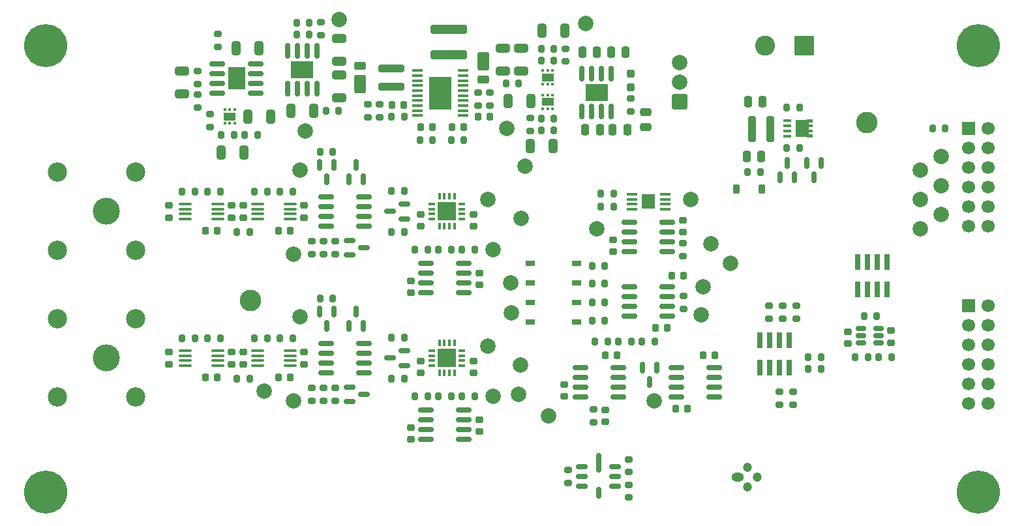
<source format=gbr>
G04 #@! TF.GenerationSoftware,KiCad,Pcbnew,9.0.3*
G04 #@! TF.CreationDate,2025-08-15T00:00:32+02:00*
G04 #@! TF.ProjectId,MADC_ARTY,4d414443-5f41-4525-9459-2e6b69636164,rev?*
G04 #@! TF.SameCoordinates,Original*
G04 #@! TF.FileFunction,Soldermask,Top*
G04 #@! TF.FilePolarity,Negative*
%FSLAX46Y46*%
G04 Gerber Fmt 4.6, Leading zero omitted, Abs format (unit mm)*
G04 Created by KiCad (PCBNEW 9.0.3) date 2025-08-15 00:00:32*
%MOMM*%
%LPD*%
G01*
G04 APERTURE LIST*
G04 Aperture macros list*
%AMRoundRect*
0 Rectangle with rounded corners*
0 $1 Rounding radius*
0 $2 $3 $4 $5 $6 $7 $8 $9 X,Y pos of 4 corners*
0 Add a 4 corners polygon primitive as box body*
4,1,4,$2,$3,$4,$5,$6,$7,$8,$9,$2,$3,0*
0 Add four circle primitives for the rounded corners*
1,1,$1+$1,$2,$3*
1,1,$1+$1,$4,$5*
1,1,$1+$1,$6,$7*
1,1,$1+$1,$8,$9*
0 Add four rect primitives between the rounded corners*
20,1,$1+$1,$2,$3,$4,$5,0*
20,1,$1+$1,$4,$5,$6,$7,0*
20,1,$1+$1,$6,$7,$8,$9,0*
20,1,$1+$1,$8,$9,$2,$3,0*%
%AMFreePoly0*
4,1,21,1.372500,0.787500,0.862500,0.787500,0.862500,0.532500,1.372500,0.532500,1.372500,0.127500,0.862500,0.127500,0.862500,-0.127500,1.372500,-0.127500,1.372500,-0.532500,0.862500,-0.532500,0.862500,-0.787500,1.372500,-0.787500,1.372500,-1.195000,0.612500,-1.195000,0.612500,-1.117500,-0.862500,-1.117500,-0.862500,1.117500,0.612500,1.117500,0.612500,1.195000,1.372500,1.195000,
1.372500,0.787500,1.372500,0.787500,$1*%
G04 Aperture macros list end*
%ADD10RoundRect,0.200000X0.200000X0.275000X-0.200000X0.275000X-0.200000X-0.275000X0.200000X-0.275000X0*%
%ADD11RoundRect,0.225000X0.225000X0.250000X-0.225000X0.250000X-0.225000X-0.250000X0.225000X-0.250000X0*%
%ADD12C,2.000000*%
%ADD13RoundRect,0.250000X0.650000X-0.325000X0.650000X0.325000X-0.650000X0.325000X-0.650000X-0.325000X0*%
%ADD14RoundRect,0.225000X-0.225000X-0.250000X0.225000X-0.250000X0.225000X0.250000X-0.225000X0.250000X0*%
%ADD15RoundRect,0.093750X0.106250X-0.093750X0.106250X0.093750X-0.106250X0.093750X-0.106250X-0.093750X0*%
%ADD16R,1.600000X1.000000*%
%ADD17RoundRect,0.200000X-0.275000X0.200000X-0.275000X-0.200000X0.275000X-0.200000X0.275000X0.200000X0*%
%ADD18RoundRect,0.100000X-0.612500X-0.100000X0.612500X-0.100000X0.612500X0.100000X-0.612500X0.100000X0*%
%ADD19R,1.730000X1.850000*%
%ADD20RoundRect,0.225000X-0.250000X0.225000X-0.250000X-0.225000X0.250000X-0.225000X0.250000X0.225000X0*%
%ADD21RoundRect,0.150000X-0.825000X-0.150000X0.825000X-0.150000X0.825000X0.150000X-0.825000X0.150000X0*%
%ADD22R,2.290000X3.000000*%
%ADD23RoundRect,0.075000X-0.362500X-0.075000X0.362500X-0.075000X0.362500X0.075000X-0.362500X0.075000X0*%
%ADD24RoundRect,0.075000X-0.075000X-0.362500X0.075000X-0.362500X0.075000X0.362500X-0.075000X0.362500X0*%
%ADD25R,2.350000X2.350000*%
%ADD26RoundRect,0.200000X-0.200000X-0.275000X0.200000X-0.275000X0.200000X0.275000X-0.200000X0.275000X0*%
%ADD27R,1.200000X0.800000*%
%ADD28RoundRect,0.150000X-0.587500X-0.150000X0.587500X-0.150000X0.587500X0.150000X-0.587500X0.150000X0*%
%ADD29RoundRect,0.200000X0.275000X-0.200000X0.275000X0.200000X-0.275000X0.200000X-0.275000X-0.200000X0*%
%ADD30RoundRect,0.150000X0.150000X-0.587500X0.150000X0.587500X-0.150000X0.587500X-0.150000X-0.587500X0*%
%ADD31RoundRect,0.225000X0.250000X-0.225000X0.250000X0.225000X-0.250000X0.225000X-0.250000X-0.225000X0*%
%ADD32RoundRect,0.250000X-0.650000X0.325000X-0.650000X-0.325000X0.650000X-0.325000X0.650000X0.325000X0*%
%ADD33RoundRect,0.225000X0.225000X0.375000X-0.225000X0.375000X-0.225000X-0.375000X0.225000X-0.375000X0*%
%ADD34C,2.500000*%
%ADD35C,3.500000*%
%ADD36RoundRect,0.250000X0.750000X0.750000X-0.750000X0.750000X-0.750000X-0.750000X0.750000X-0.750000X0*%
%ADD37RoundRect,0.250000X-0.325000X-0.650000X0.325000X-0.650000X0.325000X0.650000X-0.325000X0.650000X0*%
%ADD38C,5.600000*%
%ADD39RoundRect,0.245000X0.245000X1.455000X-0.245000X1.455000X-0.245000X-1.455000X0.245000X-1.455000X0*%
%ADD40RoundRect,0.100000X-0.712500X-0.100000X0.712500X-0.100000X0.712500X0.100000X-0.712500X0.100000X0*%
%ADD41RoundRect,0.150000X-0.150000X0.587500X-0.150000X-0.587500X0.150000X-0.587500X0.150000X0.587500X0*%
%ADD42C,2.800000*%
%ADD43R,0.990000X0.405000*%
%ADD44FreePoly0,0.000000*%
%ADD45RoundRect,0.250000X0.325000X0.650000X-0.325000X0.650000X-0.325000X-0.650000X0.325000X-0.650000X0*%
%ADD46RoundRect,0.093750X-0.106250X0.093750X-0.106250X-0.093750X0.106250X-0.093750X0.106250X0.093750X0*%
%ADD47RoundRect,0.250000X-0.250000X-0.475000X0.250000X-0.475000X0.250000X0.475000X-0.250000X0.475000X0*%
%ADD48O,1.600000X1.200000*%
%ADD49C,1.200000*%
%ADD50RoundRect,0.150000X0.512500X0.150000X-0.512500X0.150000X-0.512500X-0.150000X0.512500X-0.150000X0*%
%ADD51RoundRect,0.250000X-0.500000X0.950000X-0.500000X-0.950000X0.500000X-0.950000X0.500000X0.950000X0*%
%ADD52RoundRect,0.250000X-0.500000X0.275000X-0.500000X-0.275000X0.500000X-0.275000X0.500000X0.275000X0*%
%ADD53RoundRect,0.245000X1.455000X-0.245000X1.455000X0.245000X-1.455000X0.245000X-1.455000X-0.245000X0*%
%ADD54RoundRect,0.250000X0.500000X-0.950000X0.500000X0.950000X-0.500000X0.950000X-0.500000X-0.950000X0*%
%ADD55RoundRect,0.250000X0.500000X-0.275000X0.500000X0.275000X-0.500000X0.275000X-0.500000X-0.275000X0*%
%ADD56RoundRect,0.150000X-0.150000X0.825000X-0.150000X-0.825000X0.150000X-0.825000X0.150000X0.825000X0*%
%ADD57R,3.000000X2.290000*%
%ADD58RoundRect,0.250000X0.250000X0.475000X-0.250000X0.475000X-0.250000X-0.475000X0.250000X-0.475000X0*%
%ADD59RoundRect,0.150000X0.587500X0.150000X-0.587500X0.150000X-0.587500X-0.150000X0.587500X-0.150000X0*%
%ADD60RoundRect,0.175000X0.575000X-0.175000X0.575000X0.175000X-0.575000X0.175000X-0.575000X-0.175000X0*%
%ADD61RoundRect,0.175000X0.175000X-0.575000X0.175000X0.575000X-0.175000X0.575000X-0.175000X-0.575000X0*%
%ADD62RoundRect,0.175000X-0.575000X-0.175000X0.575000X-0.175000X0.575000X0.175000X-0.575000X0.175000X0*%
%ADD63RoundRect,0.175000X0.175000X-1.075000X0.175000X1.075000X-0.175000X1.075000X-0.175000X-1.075000X0*%
%ADD64R,1.700000X1.700000*%
%ADD65C,1.700000*%
%ADD66RoundRect,0.250000X2.100000X-0.340000X2.100000X0.340000X-2.100000X0.340000X-2.100000X-0.340000X0*%
%ADD67R,1.450000X0.450000*%
%ADD68R,3.000000X4.200000*%
%ADD69R,0.750000X2.100000*%
%ADD70RoundRect,0.237500X-0.237500X0.287500X-0.237500X-0.287500X0.237500X-0.287500X0.237500X0.287500X0*%
%ADD71RoundRect,0.250000X-0.475000X0.250000X-0.475000X-0.250000X0.475000X-0.250000X0.475000X0.250000X0*%
%ADD72RoundRect,0.250000X1.050000X1.050000X-1.050000X1.050000X-1.050000X-1.050000X1.050000X-1.050000X0*%
%ADD73C,2.600000*%
G04 APERTURE END LIST*
D10*
G04 #@! TO.C,R74*
X166941000Y-84455000D03*
X165291000Y-84455000D03*
G04 #@! TD*
D11*
G04 #@! TO.C,C52*
X125743000Y-89154000D03*
X124193000Y-89154000D03*
G04 #@! TD*
D12*
G04 #@! TO.C,TP10*
X132080000Y-42680500D03*
G04 #@! TD*
D13*
G04 #@! TO.C,C21*
X153289000Y-49354000D03*
X153289000Y-46404000D03*
G04 #@! TD*
D14*
G04 #@! TO.C,C7*
X146672000Y-56642000D03*
X148222000Y-56642000D03*
G04 #@! TD*
D15*
G04 #@! TO.C,U7*
X117206000Y-56132500D03*
X117856000Y-56132500D03*
X118506000Y-56132500D03*
X118506000Y-54357500D03*
X117856000Y-54357500D03*
X117206000Y-54357500D03*
D16*
X117856000Y-55245000D03*
G04 #@! TD*
D12*
G04 #@! TO.C,TP27*
X207518000Y-69850000D03*
G04 #@! TD*
D10*
G04 #@! TO.C,R57*
X194627000Y-86487000D03*
X192977000Y-86487000D03*
G04 #@! TD*
D17*
G04 #@! TO.C,R59*
X191389000Y-79820000D03*
X191389000Y-81470000D03*
G04 #@! TD*
D18*
G04 #@! TO.C,RN2*
X170049500Y-65319000D03*
X170049500Y-65969000D03*
X170049500Y-66619000D03*
X170049500Y-67269000D03*
X174374500Y-67269000D03*
X174374500Y-66619000D03*
X174374500Y-65969000D03*
X174374500Y-65319000D03*
D19*
X172212000Y-66294000D03*
G04 #@! TD*
D20*
G04 #@! TO.C,C3*
X149479000Y-67932000D03*
X149479000Y-69482000D03*
G04 #@! TD*
D21*
G04 #@! TO.C,U5*
X116270000Y-48387000D03*
X116270000Y-49657000D03*
X116270000Y-50927000D03*
X116270000Y-52197000D03*
X121220000Y-52197000D03*
X121220000Y-50927000D03*
X121220000Y-49657000D03*
X121220000Y-48387000D03*
D22*
X118745000Y-50292000D03*
G04 #@! TD*
D23*
G04 #@! TO.C,U25*
X144112500Y-85639000D03*
X144112500Y-86289000D03*
X144112500Y-86939000D03*
X144112500Y-87589000D03*
D24*
X145075000Y-88551500D03*
X145725000Y-88551500D03*
X146375000Y-88551500D03*
X147025000Y-88551500D03*
D23*
X147987500Y-87589000D03*
X147987500Y-86939000D03*
X147987500Y-86289000D03*
X147987500Y-85639000D03*
D24*
X147025000Y-84676500D03*
X146375000Y-84676500D03*
X145725000Y-84676500D03*
X145075000Y-84676500D03*
D25*
X146050000Y-86614000D03*
G04 #@! TD*
D17*
G04 #@! TO.C,R20*
X150114000Y-52134000D03*
X150114000Y-53784000D03*
G04 #@! TD*
D26*
G04 #@! TO.C,R75*
X209106000Y-56769000D03*
X210756000Y-56769000D03*
G04 #@! TD*
D27*
G04 #@! TO.C,U11*
X156893000Y-79375000D03*
X156893000Y-81915000D03*
X162893000Y-81915000D03*
X162893000Y-79375000D03*
G04 #@! TD*
D20*
G04 #@! TO.C,C45*
X166624000Y-93332000D03*
X166624000Y-94882000D03*
G04 #@! TD*
D13*
G04 #@! TO.C,C20*
X132080000Y-52783000D03*
X132080000Y-49833000D03*
G04 #@! TD*
D12*
G04 #@! TO.C,TP20*
X155321000Y-91313000D03*
G04 #@! TD*
D15*
G04 #@! TO.C,U9*
X158481000Y-54227500D03*
X159131000Y-54227500D03*
X159781000Y-54227500D03*
X159781000Y-52452500D03*
X159131000Y-52452500D03*
X158481000Y-52452500D03*
D16*
X159131000Y-53340000D03*
G04 #@! TD*
D28*
G04 #@! TO.C,Q13*
X133428500Y-90363000D03*
X133428500Y-92263000D03*
X135303500Y-91313000D03*
G04 #@! TD*
D29*
G04 #@! TO.C,R89*
X131572000Y-92138000D03*
X131572000Y-90488000D03*
G04 #@! TD*
G04 #@! TO.C,R61*
X191008000Y-92646000D03*
X191008000Y-90996000D03*
G04 #@! TD*
D12*
G04 #@! TO.C,TP23*
X210185000Y-67945000D03*
G04 #@! TD*
D30*
G04 #@! TO.C,Q4*
X133289000Y-63421500D03*
X135189000Y-63421500D03*
X134239000Y-61546500D03*
G04 #@! TD*
D10*
G04 #@! TO.C,R78*
X120459000Y-89281000D03*
X118809000Y-89281000D03*
G04 #@! TD*
D31*
G04 #@! TO.C,C35*
X119634000Y-68339000D03*
X119634000Y-66789000D03*
G04 #@! TD*
D12*
G04 #@! TO.C,TP33*
X152019000Y-91567000D03*
G04 #@! TD*
D17*
G04 #@! TO.C,R18*
X113665000Y-49340000D03*
X113665000Y-50990000D03*
G04 #@! TD*
D11*
G04 #@! TO.C,C51*
X116218000Y-89154000D03*
X114668000Y-89154000D03*
G04 #@! TD*
D32*
G04 #@! TO.C,C17*
X111633000Y-49325000D03*
X111633000Y-52275000D03*
G04 #@! TD*
D29*
G04 #@! TO.C,R37*
X129667000Y-44640000D03*
X129667000Y-42990000D03*
G04 #@! TD*
D26*
G04 #@! TO.C,R40*
X166053000Y-65278000D03*
X167703000Y-65278000D03*
G04 #@! TD*
D33*
G04 #@! TO.C,D2*
X186943000Y-64643000D03*
X183643000Y-64643000D03*
G04 #@! TD*
D12*
G04 #@! TO.C,TP14*
X165481000Y-69850000D03*
G04 #@! TD*
D34*
G04 #@! TO.C,J1*
X105654000Y-72644000D03*
X105654000Y-62484000D03*
X95494000Y-72644000D03*
X95494000Y-62484000D03*
D35*
X101854000Y-67564000D03*
G04 #@! TD*
D36*
G04 #@! TO.C,U3*
X176273500Y-53340000D03*
D12*
X176273500Y-50800000D03*
X176273500Y-48260000D03*
G04 #@! TD*
D29*
G04 #@! TO.C,R39*
X161417000Y-48069000D03*
X161417000Y-46419000D03*
G04 #@! TD*
D17*
G04 #@! TO.C,R49*
X176784000Y-78550000D03*
X176784000Y-80200000D03*
G04 #@! TD*
D12*
G04 #@! TO.C,TP4*
X152019000Y-72517000D03*
G04 #@! TD*
D10*
G04 #@! TO.C,R51*
X113347000Y-65024000D03*
X111697000Y-65024000D03*
G04 #@! TD*
D12*
G04 #@! TO.C,TP1*
X126111000Y-73152000D03*
G04 #@! TD*
D26*
G04 #@! TO.C,R47*
X164910000Y-74676000D03*
X166560000Y-74676000D03*
G04 #@! TD*
D12*
G04 #@! TO.C,TP30*
X126111000Y-92202000D03*
G04 #@! TD*
D37*
G04 #@! TO.C,C19*
X120191000Y-55245000D03*
X123141000Y-55245000D03*
G04 #@! TD*
D26*
G04 #@! TO.C,R84*
X129604000Y-78867000D03*
X131254000Y-78867000D03*
G04 #@! TD*
D30*
G04 #@! TO.C,Q12*
X133289000Y-82471500D03*
X135189000Y-82471500D03*
X134239000Y-80596500D03*
G04 #@! TD*
D11*
G04 #@! TO.C,C39*
X125743000Y-70104000D03*
X124193000Y-70104000D03*
G04 #@! TD*
D38*
G04 #@! TO.C,H2*
X215000000Y-46000000D03*
G04 #@! TD*
D39*
G04 #@! TO.C,L1*
X188002000Y-56896000D03*
X185632000Y-56896000D03*
G04 #@! TD*
D12*
G04 #@! TO.C,TP18*
X159258000Y-94107000D03*
G04 #@! TD*
D29*
G04 #@! TO.C,R82*
X130048000Y-92138000D03*
X130048000Y-90488000D03*
G04 #@! TD*
D20*
G04 #@! TO.C,C55*
X149479000Y-86982000D03*
X149479000Y-88532000D03*
G04 #@! TD*
D17*
G04 #@! TO.C,R68*
X161798000Y-101156000D03*
X161798000Y-102806000D03*
G04 #@! TD*
D14*
G04 #@! TO.C,C9*
X138925000Y-53721000D03*
X140475000Y-53721000D03*
G04 #@! TD*
D12*
G04 #@! TO.C,TP28*
X207518000Y-66040000D03*
G04 #@! TD*
D29*
G04 #@! TO.C,R81*
X128524000Y-92138000D03*
X128524000Y-90488000D03*
G04 #@! TD*
D26*
G04 #@! TO.C,R5*
X144971000Y-72517000D03*
X146621000Y-72517000D03*
G04 #@! TD*
D10*
G04 #@! TO.C,R54*
X122745000Y-65024000D03*
X121095000Y-65024000D03*
G04 #@! TD*
D26*
G04 #@! TO.C,R83*
X141923000Y-91567000D03*
X143573000Y-91567000D03*
G04 #@! TD*
D40*
G04 #@! TO.C,U24*
X121458500Y-85639000D03*
X121458500Y-86289000D03*
X121458500Y-86939000D03*
X121458500Y-87589000D03*
X125683500Y-87589000D03*
X125683500Y-86939000D03*
X125683500Y-86289000D03*
X125683500Y-85639000D03*
G04 #@! TD*
D29*
G04 #@! TO.C,R17*
X169924000Y-54546000D03*
X169924000Y-52896000D03*
G04 #@! TD*
D21*
G04 #@! TO.C,U19*
X163387000Y-87884000D03*
X163387000Y-89154000D03*
X163387000Y-90424000D03*
X163387000Y-91694000D03*
X168337000Y-91694000D03*
X168337000Y-90424000D03*
X168337000Y-89154000D03*
X168337000Y-87884000D03*
G04 #@! TD*
D26*
G04 #@! TO.C,R27*
X119825000Y-57658000D03*
X121475000Y-57658000D03*
G04 #@! TD*
D31*
G04 #@! TO.C,C40*
X203708000Y-84595000D03*
X203708000Y-83045000D03*
G04 #@! TD*
D41*
G04 #@! TO.C,Q11*
X131379000Y-80596500D03*
X129479000Y-80596500D03*
X130429000Y-82471500D03*
G04 #@! TD*
D29*
G04 #@! TO.C,R1*
X128524000Y-73088000D03*
X128524000Y-71438000D03*
G04 #@! TD*
D12*
G04 #@! TO.C,TP16*
X179324000Y-77343000D03*
G04 #@! TD*
D41*
G04 #@! TO.C,D1*
X194625000Y-61292500D03*
X192725000Y-61292500D03*
X193675000Y-63167500D03*
G04 #@! TD*
D42*
G04 #@! TO.C,TP7*
X120523000Y-79121000D03*
G04 #@! TD*
G04 #@! TO.C,TP6*
X200533000Y-56007000D03*
G04 #@! TD*
D21*
G04 #@! TO.C,U20*
X175833000Y-87884000D03*
X175833000Y-89154000D03*
X175833000Y-90424000D03*
X175833000Y-91694000D03*
X180783000Y-91694000D03*
X180783000Y-90424000D03*
X180783000Y-89154000D03*
X180783000Y-87884000D03*
G04 #@! TD*
G04 #@! TO.C,Q1*
X130367000Y-65659000D03*
X130367000Y-66929000D03*
X130367000Y-68199000D03*
X130367000Y-69469000D03*
X135317000Y-69469000D03*
X135317000Y-68199000D03*
X135317000Y-66929000D03*
X135317000Y-65659000D03*
G04 #@! TD*
D10*
G04 #@! TO.C,R58*
X194627000Y-88011000D03*
X192977000Y-88011000D03*
G04 #@! TD*
D26*
G04 #@! TO.C,R3*
X141923000Y-72517000D03*
X143573000Y-72517000D03*
G04 #@! TD*
D31*
G04 #@! TO.C,C31*
X167640000Y-72784000D03*
X167640000Y-71234000D03*
G04 #@! TD*
D26*
G04 #@! TO.C,R29*
X126556000Y-43053000D03*
X128206000Y-43053000D03*
G04 #@! TD*
D17*
G04 #@! TO.C,R69*
X169672000Y-103061000D03*
X169672000Y-104711000D03*
G04 #@! TD*
D43*
G04 #@! TO.C,Q7*
X190208000Y-55779000D03*
X190208000Y-56439000D03*
X190208000Y-57099000D03*
X190208000Y-57759000D03*
D44*
X192200500Y-56769000D03*
G04 #@! TD*
D10*
G04 #@! TO.C,R6*
X140525000Y-64897000D03*
X138875000Y-64897000D03*
G04 #@! TD*
G04 #@! TO.C,R28*
X128206000Y-44577000D03*
X126556000Y-44577000D03*
G04 #@! TD*
D20*
G04 #@! TO.C,C53*
X150241000Y-94602000D03*
X150241000Y-96152000D03*
G04 #@! TD*
D37*
G04 #@! TO.C,C29*
X158418000Y-44069000D03*
X161368000Y-44069000D03*
G04 #@! TD*
D10*
G04 #@! TO.C,R73*
X169989000Y-84455000D03*
X168339000Y-84455000D03*
G04 #@! TD*
D12*
G04 #@! TO.C,TP3*
X151384000Y-66040000D03*
G04 #@! TD*
D34*
G04 #@! TO.C,J2*
X105654000Y-91694000D03*
X105654000Y-81534000D03*
X95494000Y-91694000D03*
X95494000Y-81534000D03*
D35*
X101854000Y-86614000D03*
G04 #@! TD*
D10*
G04 #@! TO.C,R11*
X148272000Y-58293000D03*
X146622000Y-58293000D03*
G04 #@! TD*
D45*
G04 #@! TO.C,C23*
X128729000Y-54483000D03*
X125779000Y-54483000D03*
G04 #@! TD*
D31*
G04 #@! TO.C,C56*
X141351000Y-97168000D03*
X141351000Y-95618000D03*
G04 #@! TD*
D20*
G04 #@! TO.C,C50*
X127508000Y-85839000D03*
X127508000Y-87389000D03*
G04 #@! TD*
D46*
G04 #@! TO.C,U10*
X159781000Y-49277500D03*
X159131000Y-49277500D03*
X158481000Y-49277500D03*
X158481000Y-51052500D03*
X159131000Y-51052500D03*
X159781000Y-51052500D03*
D16*
X159131000Y-50165000D03*
G04 #@! TD*
D12*
G04 #@! TO.C,TP2*
X127000000Y-62230000D03*
G04 #@! TD*
D17*
G04 #@! TO.C,R48*
X176657000Y-71692000D03*
X176657000Y-73342000D03*
G04 #@! TD*
D20*
G04 #@! TO.C,C2*
X142621000Y-67932000D03*
X142621000Y-69482000D03*
G04 #@! TD*
D47*
G04 #@! TO.C,C8*
X185105000Y-53340000D03*
X187005000Y-53340000D03*
G04 #@! TD*
D12*
G04 #@! TO.C,TP31*
X127000000Y-81280000D03*
G04 #@! TD*
D31*
G04 #@! TO.C,C48*
X119634000Y-87389000D03*
X119634000Y-85839000D03*
G04 #@! TD*
D12*
G04 #@! TO.C,TP11*
X156210000Y-61722000D03*
G04 #@! TD*
D32*
G04 #@! TO.C,C25*
X155702000Y-46404000D03*
X155702000Y-49354000D03*
G04 #@! TD*
D40*
G04 #@! TO.C,U15*
X112060500Y-66589000D03*
X112060500Y-67239000D03*
X112060500Y-67889000D03*
X112060500Y-68539000D03*
X116285500Y-68539000D03*
X116285500Y-67889000D03*
X116285500Y-67239000D03*
X116285500Y-66589000D03*
G04 #@! TD*
D26*
G04 #@! TO.C,R7*
X148019000Y-72517000D03*
X149669000Y-72517000D03*
G04 #@! TD*
D48*
G04 #@! TO.C,U21*
X183769000Y-102108000D03*
D49*
X185039000Y-103378000D03*
X186309000Y-102108000D03*
X185039000Y-100838000D03*
G04 #@! TD*
D50*
G04 #@! TO.C,U18*
X202051500Y-84643000D03*
X202051500Y-83693000D03*
X202051500Y-82743000D03*
X199776500Y-82743000D03*
X199776500Y-83693000D03*
X199776500Y-84643000D03*
G04 #@! TD*
D21*
G04 #@! TO.C,Q9*
X130367000Y-84709000D03*
X130367000Y-85979000D03*
X130367000Y-87249000D03*
X130367000Y-88519000D03*
X135317000Y-88519000D03*
X135317000Y-87249000D03*
X135317000Y-85979000D03*
X135317000Y-84709000D03*
G04 #@! TD*
D38*
G04 #@! TO.C,H3*
X94000000Y-104000000D03*
G04 #@! TD*
D11*
G04 #@! TO.C,C6*
X144158000Y-56642000D03*
X142608000Y-56642000D03*
G04 #@! TD*
D20*
G04 #@! TO.C,C36*
X118110000Y-66789000D03*
X118110000Y-68339000D03*
G04 #@! TD*
D21*
G04 #@! TO.C,U26*
X143321000Y-93345000D03*
X143321000Y-94615000D03*
X143321000Y-95885000D03*
X143321000Y-97155000D03*
X148271000Y-97155000D03*
X148271000Y-95885000D03*
X148271000Y-94615000D03*
X148271000Y-93345000D03*
G04 #@! TD*
D10*
G04 #@! TO.C,R33*
X159956000Y-46482000D03*
X158306000Y-46482000D03*
G04 #@! TD*
D29*
G04 #@! TO.C,R70*
X169672000Y-101409000D03*
X169672000Y-99759000D03*
G04 #@! TD*
D47*
G04 #@! TO.C,C14*
X167553000Y-56966500D03*
X169453000Y-56966500D03*
G04 #@! TD*
D29*
G04 #@! TO.C,R9*
X131572000Y-73088000D03*
X131572000Y-71438000D03*
G04 #@! TD*
D12*
G04 #@! TO.C,TP17*
X179070000Y-81026000D03*
G04 #@! TD*
D10*
G04 #@! TO.C,R76*
X116649000Y-84074000D03*
X114999000Y-84074000D03*
G04 #@! TD*
D12*
G04 #@! TO.C,TP32*
X151384000Y-85090000D03*
G04 #@! TD*
G04 #@! TO.C,TP25*
X154432000Y-80772000D03*
G04 #@! TD*
D26*
G04 #@! TO.C,R34*
X158306000Y-48006000D03*
X159956000Y-48006000D03*
G04 #@! TD*
D12*
G04 #@! TO.C,TP35*
X182880000Y-74295000D03*
G04 #@! TD*
D17*
G04 #@! TO.C,R71*
X165100000Y-93282000D03*
X165100000Y-94932000D03*
G04 #@! TD*
D12*
G04 #@! TO.C,TP8*
X127635000Y-57150000D03*
G04 #@! TD*
D29*
G04 #@! TO.C,R22*
X137287000Y-55308000D03*
X137287000Y-53658000D03*
G04 #@! TD*
D38*
G04 #@! TO.C,H4*
X215000000Y-104000000D03*
G04 #@! TD*
D12*
G04 #@! TO.C,TP22*
X210185000Y-60452000D03*
G04 #@! TD*
G04 #@! TO.C,TP21*
X122301000Y-90932000D03*
G04 #@! TD*
D10*
G04 #@! TO.C,R77*
X113347000Y-84074000D03*
X111697000Y-84074000D03*
G04 #@! TD*
D14*
G04 #@! TO.C,C32*
X175247000Y-75946000D03*
X176797000Y-75946000D03*
G04 #@! TD*
D51*
G04 #@! TO.C,D5*
X134747000Y-51015000D03*
D52*
X134747000Y-48640000D03*
G04 #@! TD*
D12*
G04 #@! TO.C,TP29*
X154305000Y-76835000D03*
G04 #@! TD*
D10*
G04 #@! TO.C,R52*
X120459000Y-70231000D03*
X118809000Y-70231000D03*
G04 #@! TD*
D31*
G04 #@! TO.C,C47*
X109982000Y-87389000D03*
X109982000Y-85839000D03*
G04 #@! TD*
D53*
G04 #@! TO.C,L3*
X138811000Y-51350000D03*
X138811000Y-48980000D03*
G04 #@! TD*
D10*
G04 #@! TO.C,R53*
X126047000Y-65024000D03*
X124397000Y-65024000D03*
G04 #@! TD*
G04 #@! TO.C,R64*
X203771000Y-86487000D03*
X202121000Y-86487000D03*
G04 #@! TD*
D12*
G04 #@! TO.C,TP13*
X177673000Y-66040000D03*
G04 #@! TD*
D29*
G04 #@! TO.C,R2*
X130048000Y-73088000D03*
X130048000Y-71438000D03*
G04 #@! TD*
D20*
G04 #@! TO.C,C54*
X142621000Y-86982000D03*
X142621000Y-88532000D03*
G04 #@! TD*
D26*
G04 #@! TO.C,R13*
X190183000Y-59309000D03*
X191833000Y-59309000D03*
G04 #@! TD*
G04 #@! TO.C,R4*
X129604000Y-59817000D03*
X131254000Y-59817000D03*
G04 #@! TD*
D11*
G04 #@! TO.C,C43*
X180861000Y-86233000D03*
X179311000Y-86233000D03*
G04 #@! TD*
D10*
G04 #@! TO.C,R12*
X191833000Y-54102000D03*
X190183000Y-54102000D03*
G04 #@! TD*
D32*
G04 #@! TO.C,C27*
X132080000Y-45134000D03*
X132080000Y-48084000D03*
G04 #@! TD*
D11*
G04 #@! TO.C,C38*
X116218000Y-70104000D03*
X114668000Y-70104000D03*
G04 #@! TD*
G04 #@! TO.C,C30*
X174638000Y-82677000D03*
X173088000Y-82677000D03*
G04 #@! TD*
D10*
G04 #@! TO.C,R80*
X122745000Y-84074000D03*
X121095000Y-84074000D03*
G04 #@! TD*
D23*
G04 #@! TO.C,U1*
X144112500Y-66589000D03*
X144112500Y-67239000D03*
X144112500Y-67889000D03*
X144112500Y-68539000D03*
D24*
X145075000Y-69501500D03*
X145725000Y-69501500D03*
X146375000Y-69501500D03*
X147025000Y-69501500D03*
D23*
X147987500Y-68539000D03*
X147987500Y-67889000D03*
X147987500Y-67239000D03*
X147987500Y-66589000D03*
D24*
X147025000Y-65626500D03*
X146375000Y-65626500D03*
X145725000Y-65626500D03*
X145075000Y-65626500D03*
D25*
X146050000Y-67564000D03*
G04 #@! TD*
D12*
G04 #@! TO.C,TP12*
X164084000Y-43180000D03*
G04 #@! TD*
D17*
G04 #@! TO.C,R92*
X115316000Y-54928000D03*
X115316000Y-56578000D03*
G04 #@! TD*
D45*
G04 #@! TO.C,C13*
X121617000Y-46355000D03*
X118667000Y-46355000D03*
G04 #@! TD*
D17*
G04 #@! TO.C,R21*
X135763000Y-53658000D03*
X135763000Y-55308000D03*
G04 #@! TD*
D12*
G04 #@! TO.C,TP15*
X180340000Y-71755000D03*
G04 #@! TD*
D40*
G04 #@! TO.C,U23*
X112060500Y-85639000D03*
X112060500Y-86289000D03*
X112060500Y-86939000D03*
X112060500Y-87589000D03*
X116285500Y-87589000D03*
X116285500Y-86939000D03*
X116285500Y-86289000D03*
X116285500Y-85639000D03*
G04 #@! TD*
D12*
G04 #@! TO.C,TP9*
X153807000Y-56777500D03*
G04 #@! TD*
G04 #@! TO.C,TP19*
X172974000Y-92202000D03*
G04 #@! TD*
D41*
G04 #@! TO.C,Q3*
X131379000Y-61546500D03*
X129479000Y-61546500D03*
X130429000Y-63421500D03*
G04 #@! TD*
D54*
G04 #@! TO.C,D4*
X150749000Y-48045000D03*
D55*
X150749000Y-50420000D03*
G04 #@! TD*
D14*
G04 #@! TO.C,C46*
X175755000Y-93218000D03*
X177305000Y-93218000D03*
G04 #@! TD*
D56*
G04 #@! TO.C,U6*
X167386000Y-49668500D03*
X166116000Y-49668500D03*
X164846000Y-49668500D03*
X163576000Y-49668500D03*
X163576000Y-54618500D03*
X164846000Y-54618500D03*
X166116000Y-54618500D03*
X167386000Y-54618500D03*
D57*
X165481000Y-52143500D03*
G04 #@! TD*
D12*
G04 #@! TO.C,TP5*
X155702000Y-68453000D03*
G04 #@! TD*
D31*
G04 #@! TO.C,C44*
X161290000Y-91580000D03*
X161290000Y-90030000D03*
G04 #@! TD*
D10*
G04 #@! TO.C,R31*
X159956000Y-55499000D03*
X158306000Y-55499000D03*
G04 #@! TD*
D58*
G04 #@! TO.C,C22*
X165542000Y-46863000D03*
X163642000Y-46863000D03*
G04 #@! TD*
D26*
G04 #@! TO.C,R41*
X166053000Y-66929000D03*
X167703000Y-66929000D03*
G04 #@! TD*
D58*
G04 #@! TO.C,C16*
X165897000Y-56969500D03*
X163997000Y-56969500D03*
G04 #@! TD*
D17*
G04 #@! TO.C,R38*
X156845000Y-55436000D03*
X156845000Y-57086000D03*
G04 #@! TD*
G04 #@! TO.C,R91*
X116332000Y-44514000D03*
X116332000Y-46164000D03*
G04 #@! TD*
D31*
G04 #@! TO.C,C33*
X176657000Y-70244000D03*
X176657000Y-68694000D03*
G04 #@! TD*
D47*
G04 #@! TO.C,C18*
X167325000Y-46863000D03*
X169225000Y-46863000D03*
G04 #@! TD*
D31*
G04 #@! TO.C,C4*
X141351000Y-78118000D03*
X141351000Y-76568000D03*
G04 #@! TD*
D26*
G04 #@! TO.C,R87*
X148019000Y-91567000D03*
X149669000Y-91567000D03*
G04 #@! TD*
D29*
G04 #@! TO.C,R60*
X189230000Y-92642000D03*
X189230000Y-90992000D03*
G04 #@! TD*
D59*
G04 #@! TO.C,RN4*
X140510500Y-87564000D03*
X140510500Y-85664000D03*
X138635500Y-86614000D03*
G04 #@! TD*
D10*
G04 #@! TO.C,R14*
X140525000Y-55245000D03*
X138875000Y-55245000D03*
G04 #@! TD*
D27*
G04 #@! TO.C,U12*
X156893000Y-74295000D03*
X156893000Y-76835000D03*
X162893000Y-76835000D03*
X162893000Y-74295000D03*
G04 #@! TD*
D45*
G04 #@! TO.C,C28*
X159844000Y-59055000D03*
X156894000Y-59055000D03*
G04 #@! TD*
D21*
G04 #@! TO.C,U13*
X169737000Y-68961000D03*
X169737000Y-70231000D03*
X169737000Y-71501000D03*
X169737000Y-72771000D03*
X174687000Y-72771000D03*
X174687000Y-71501000D03*
X174687000Y-70231000D03*
X174687000Y-68961000D03*
G04 #@! TD*
D31*
G04 #@! TO.C,C34*
X109982000Y-68339000D03*
X109982000Y-66789000D03*
G04 #@! TD*
D26*
G04 #@! TO.C,R10*
X142558000Y-58293000D03*
X144208000Y-58293000D03*
G04 #@! TD*
G04 #@! TO.C,R88*
X138875000Y-89281000D03*
X140525000Y-89281000D03*
G04 #@! TD*
D60*
G04 #@! TO.C,U22*
X163585000Y-100711000D03*
X163585000Y-101981000D03*
X163585000Y-103251000D03*
D61*
X165735000Y-104131000D03*
D62*
X167885000Y-103251000D03*
X167885000Y-101981000D03*
X167885000Y-100711000D03*
D63*
X165735000Y-100231000D03*
G04 #@! TD*
D12*
G04 #@! TO.C,TP26*
X207518000Y-62230000D03*
G04 #@! TD*
D58*
G04 #@! TO.C,C5*
X186878000Y-60452000D03*
X184978000Y-60452000D03*
G04 #@! TD*
D17*
G04 #@! TO.C,R56*
X189611000Y-79820000D03*
X189611000Y-81470000D03*
G04 #@! TD*
D10*
G04 #@! TO.C,R86*
X140525000Y-83947000D03*
X138875000Y-83947000D03*
G04 #@! TD*
D37*
G04 #@! TO.C,C26*
X116762000Y-59944000D03*
X119712000Y-59944000D03*
G04 #@! TD*
D40*
G04 #@! TO.C,U16*
X121458500Y-66589000D03*
X121458500Y-67239000D03*
X121458500Y-67889000D03*
X121458500Y-68539000D03*
X125683500Y-68539000D03*
X125683500Y-67889000D03*
X125683500Y-67239000D03*
X125683500Y-66589000D03*
G04 #@! TD*
D10*
G04 #@! TO.C,R72*
X173037000Y-84455000D03*
X171387000Y-84455000D03*
G04 #@! TD*
G04 #@! TO.C,R50*
X116649000Y-65024000D03*
X114999000Y-65024000D03*
G04 #@! TD*
D59*
G04 #@! TO.C,RN1*
X140510500Y-68514000D03*
X140510500Y-66614000D03*
X138635500Y-67564000D03*
G04 #@! TD*
D10*
G04 #@! TO.C,R30*
X159956000Y-57023000D03*
X158306000Y-57023000D03*
G04 #@! TD*
G04 #@! TO.C,R62*
X201866000Y-81153000D03*
X200216000Y-81153000D03*
G04 #@! TD*
D38*
G04 #@! TO.C,H1*
X94000000Y-46000000D03*
G04 #@! TD*
D12*
G04 #@! TO.C,TP24*
X210185000Y-64262000D03*
G04 #@! TD*
D56*
G04 #@! TO.C,U8*
X129159000Y-46674000D03*
X127889000Y-46674000D03*
X126619000Y-46674000D03*
X125349000Y-46674000D03*
X125349000Y-51624000D03*
X126619000Y-51624000D03*
X127889000Y-51624000D03*
X129159000Y-51624000D03*
D57*
X127254000Y-49149000D03*
G04 #@! TD*
D64*
G04 #@! TO.C,J5*
X213800000Y-56800000D03*
D65*
X216340000Y-56800000D03*
X213800000Y-59340000D03*
X216340000Y-59340000D03*
X213800000Y-61880000D03*
X216340000Y-61880000D03*
X213800000Y-64420000D03*
X216340000Y-64420000D03*
X213800000Y-66960000D03*
X216340000Y-66960000D03*
X213800000Y-69500000D03*
X216340000Y-69500000D03*
G04 #@! TD*
D41*
G04 #@! TO.C,RN3*
X173289000Y-87835500D03*
X171389000Y-87835500D03*
X172339000Y-89710500D03*
G04 #@! TD*
D26*
G04 #@! TO.C,R43*
X164910000Y-81788000D03*
X166560000Y-81788000D03*
G04 #@! TD*
D20*
G04 #@! TO.C,C37*
X127508000Y-66789000D03*
X127508000Y-68339000D03*
G04 #@! TD*
D12*
G04 #@! TO.C,TP34*
X155575000Y-87503000D03*
G04 #@! TD*
D66*
G04 #@! TO.C,L2*
X146304000Y-47248000D03*
X146304000Y-43938000D03*
G04 #@! TD*
D26*
G04 #@! TO.C,R63*
X199073000Y-86487000D03*
X200723000Y-86487000D03*
G04 #@! TD*
D11*
G04 #@! TO.C,C42*
X168161000Y-86233000D03*
X166611000Y-86233000D03*
G04 #@! TD*
D21*
G04 #@! TO.C,U14*
X169737000Y-77343000D03*
X169737000Y-78613000D03*
X169737000Y-79883000D03*
X169737000Y-81153000D03*
X174687000Y-81153000D03*
X174687000Y-79883000D03*
X174687000Y-78613000D03*
X174687000Y-77343000D03*
G04 #@! TD*
D67*
G04 #@! TO.C,U4*
X142211000Y-49272000D03*
X142211000Y-49922000D03*
X142211000Y-50572000D03*
X142211000Y-51222000D03*
X142211000Y-51872000D03*
X142211000Y-52522000D03*
X142211000Y-53172000D03*
X142211000Y-53822000D03*
X142211000Y-54472000D03*
X142211000Y-55122000D03*
X148111000Y-55122000D03*
X148111000Y-54472000D03*
X148111000Y-53822000D03*
X148111000Y-53172000D03*
X148111000Y-52522000D03*
X148111000Y-51872000D03*
X148111000Y-51222000D03*
X148111000Y-50572000D03*
X148111000Y-49922000D03*
X148111000Y-49272000D03*
D68*
X145161000Y-52197000D03*
G04 #@! TD*
D26*
G04 #@! TO.C,R93*
X153734000Y-50927000D03*
X155384000Y-50927000D03*
G04 #@! TD*
D10*
G04 #@! TO.C,R79*
X126047000Y-84074000D03*
X124397000Y-84074000D03*
G04 #@! TD*
D26*
G04 #@! TO.C,R8*
X138875000Y-70231000D03*
X140525000Y-70231000D03*
G04 #@! TD*
D69*
G04 #@! TO.C,U17*
X203200000Y-77724000D03*
X203200000Y-74124000D03*
X201930000Y-77724000D03*
X201930000Y-74124000D03*
X200660000Y-77724000D03*
X200660000Y-74124000D03*
X199390000Y-77724000D03*
X199390000Y-74124000D03*
X186690000Y-84284000D03*
X186690000Y-87884000D03*
X187960000Y-84284000D03*
X187960000Y-87884000D03*
X189230000Y-84284000D03*
X189230000Y-87884000D03*
X190500000Y-84284000D03*
X190500000Y-87884000D03*
G04 #@! TD*
D28*
G04 #@! TO.C,Q5*
X133428500Y-71313000D03*
X133428500Y-73213000D03*
X135303500Y-72263000D03*
G04 #@! TD*
D10*
G04 #@! TO.C,R94*
X132016000Y-54483000D03*
X130366000Y-54483000D03*
G04 #@! TD*
D26*
G04 #@! TO.C,R26*
X116777000Y-57658000D03*
X118427000Y-57658000D03*
G04 #@! TD*
D31*
G04 #@! TO.C,C41*
X198120000Y-84722000D03*
X198120000Y-83172000D03*
G04 #@! TD*
D64*
G04 #@! TO.C,J4*
X213800000Y-79800000D03*
D65*
X216340000Y-79800000D03*
X213800000Y-82340000D03*
X216340000Y-82340000D03*
X213800000Y-84880000D03*
X216340000Y-84880000D03*
X213800000Y-87420000D03*
X216340000Y-87420000D03*
X213800000Y-89960000D03*
X216340000Y-89960000D03*
X213800000Y-92500000D03*
X216340000Y-92500000D03*
G04 #@! TD*
D70*
G04 #@! TO.C,D3*
X169924000Y-49671000D03*
X169924000Y-51421000D03*
G04 #@! TD*
D10*
G04 #@! TO.C,R16*
X186753000Y-62484000D03*
X185103000Y-62484000D03*
G04 #@! TD*
D20*
G04 #@! TO.C,C49*
X118110000Y-85839000D03*
X118110000Y-87389000D03*
G04 #@! TD*
D26*
G04 #@! TO.C,R85*
X144971000Y-91567000D03*
X146621000Y-91567000D03*
G04 #@! TD*
D17*
G04 #@! TO.C,R55*
X187833000Y-79820000D03*
X187833000Y-81470000D03*
G04 #@! TD*
D30*
G04 #@! TO.C,Q8*
X189296000Y-63167500D03*
X191196000Y-63167500D03*
X190246000Y-61292500D03*
G04 #@! TD*
D71*
G04 #@! TO.C,C12*
X171831000Y-54676000D03*
X171831000Y-56576000D03*
G04 #@! TD*
D29*
G04 #@! TO.C,R23*
X151638000Y-53784000D03*
X151638000Y-52134000D03*
G04 #@! TD*
D37*
G04 #@! TO.C,C24*
X153973000Y-53213000D03*
X156923000Y-53213000D03*
G04 #@! TD*
D26*
G04 #@! TO.C,R42*
X164910000Y-76962000D03*
X166560000Y-76962000D03*
G04 #@! TD*
D11*
G04 #@! TO.C,C11*
X151651000Y-55245000D03*
X150101000Y-55245000D03*
G04 #@! TD*
D17*
G04 #@! TO.C,R19*
X113665000Y-52388000D03*
X113665000Y-54038000D03*
G04 #@! TD*
D21*
G04 #@! TO.C,U2*
X143321000Y-74295000D03*
X143321000Y-75565000D03*
X143321000Y-76835000D03*
X143321000Y-78105000D03*
X148271000Y-78105000D03*
X148271000Y-76835000D03*
X148271000Y-75565000D03*
X148271000Y-74295000D03*
G04 #@! TD*
D26*
G04 #@! TO.C,R46*
X164910000Y-79375000D03*
X166560000Y-79375000D03*
G04 #@! TD*
D72*
G04 #@! TO.C,J3*
X192405000Y-46055500D03*
D73*
X187325000Y-46055500D03*
G04 #@! TD*
D20*
G04 #@! TO.C,C1*
X150241000Y-75552000D03*
X150241000Y-77102000D03*
G04 #@! TD*
M02*

</source>
